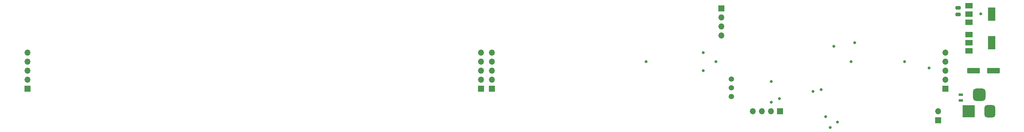
<source format=gbr>
%TF.GenerationSoftware,KiCad,Pcbnew,(6.0.8)*%
%TF.CreationDate,2022-12-26T14:05:03+00:00*%
%TF.ProjectId,Display_LED,44697370-6c61-4795-9f4c-45442e6b6963,1*%
%TF.SameCoordinates,Original*%
%TF.FileFunction,Soldermask,Top*%
%TF.FilePolarity,Negative*%
%FSLAX46Y46*%
G04 Gerber Fmt 4.6, Leading zero omitted, Abs format (unit mm)*
G04 Created by KiCad (PCBNEW (6.0.8)) date 2022-12-26 14:05:03*
%MOMM*%
%LPD*%
G01*
G04 APERTURE LIST*
G04 Aperture macros list*
%AMRoundRect*
0 Rectangle with rounded corners*
0 $1 Rounding radius*
0 $2 $3 $4 $5 $6 $7 $8 $9 X,Y pos of 4 corners*
0 Add a 4 corners polygon primitive as box body*
4,1,4,$2,$3,$4,$5,$6,$7,$8,$9,$2,$3,0*
0 Add four circle primitives for the rounded corners*
1,1,$1+$1,$2,$3*
1,1,$1+$1,$4,$5*
1,1,$1+$1,$6,$7*
1,1,$1+$1,$8,$9*
0 Add four rect primitives between the rounded corners*
20,1,$1+$1,$2,$3,$4,$5,0*
20,1,$1+$1,$4,$5,$6,$7,0*
20,1,$1+$1,$6,$7,$8,$9,0*
20,1,$1+$1,$8,$9,$2,$3,0*%
G04 Aperture macros list end*
%ADD10R,1.700000X1.700000*%
%ADD11O,1.700000X1.700000*%
%ADD12R,2.000000X1.500000*%
%ADD13R,2.000000X3.800000*%
%ADD14RoundRect,0.250000X0.475000X-0.250000X0.475000X0.250000X-0.475000X0.250000X-0.475000X-0.250000X0*%
%ADD15RoundRect,0.250000X-1.500000X-0.550000X1.500000X-0.550000X1.500000X0.550000X-1.500000X0.550000X0*%
%ADD16R,3.500000X3.500000*%
%ADD17RoundRect,0.750000X0.750000X1.000000X-0.750000X1.000000X-0.750000X-1.000000X0.750000X-1.000000X0*%
%ADD18RoundRect,0.875000X0.875000X0.875000X-0.875000X0.875000X-0.875000X-0.875000X0.875000X-0.875000X0*%
%ADD19R,1.200000X0.800000*%
%ADD20C,1.500000*%
%ADD21C,0.800000*%
G04 APERTURE END LIST*
D10*
%TO.C,J8*%
X273558000Y-118628000D03*
D11*
X273558000Y-121168000D03*
X273558000Y-123708000D03*
X273558000Y-126248000D03*
%TD*%
D12*
%TO.C,U1*%
X342956000Y-125970000D03*
X342956000Y-128270000D03*
X342956000Y-130570000D03*
D13*
X349256000Y-128270000D03*
%TD*%
D14*
%TO.C,C2*%
X339852000Y-120330000D03*
X339852000Y-118430000D03*
%TD*%
D15*
%TO.C,C1*%
X344164000Y-136144000D03*
X349764000Y-136144000D03*
%TD*%
D12*
%TO.C,U2*%
X342956000Y-117902000D03*
D13*
X349256000Y-120202000D03*
D12*
X342956000Y-120202000D03*
X342956000Y-122502000D03*
%TD*%
D10*
%TO.C,J3*%
X79248000Y-141219000D03*
D11*
X79248000Y-138679000D03*
X79248000Y-136139000D03*
X79248000Y-133599000D03*
X79248000Y-131059000D03*
%TD*%
D16*
%TO.C,J1*%
X342800000Y-147600000D03*
D17*
X348800000Y-147600000D03*
D18*
X345800000Y-142900000D03*
%TD*%
D10*
%TO.C,J4*%
X206248000Y-141219000D03*
D11*
X206248000Y-138679000D03*
X206248000Y-136139000D03*
X206248000Y-133599000D03*
X206248000Y-131059000D03*
%TD*%
D10*
%TO.C,J7*%
X334264000Y-150119000D03*
D11*
X334264000Y-147579000D03*
%TD*%
D10*
%TO.C,J6*%
X336360000Y-141219000D03*
D11*
X336360000Y-138679000D03*
X336360000Y-136139000D03*
X336360000Y-133599000D03*
X336360000Y-131059000D03*
%TD*%
D10*
%TO.C,J5*%
X209296000Y-141219000D03*
D11*
X209296000Y-138679000D03*
X209296000Y-136139000D03*
X209296000Y-133599000D03*
X209296000Y-131059000D03*
%TD*%
D19*
%TO.C,D1*%
X340614000Y-142964000D03*
X340614000Y-144564000D03*
%TD*%
D20*
%TO.C,Y1*%
X276352000Y-138520000D03*
X276352000Y-140960000D03*
X276352000Y-143400000D03*
%TD*%
D10*
%TO.C,J2*%
X289972000Y-147574000D03*
D11*
X287432000Y-147574000D03*
X284892000Y-147574000D03*
X282352000Y-147574000D03*
%TD*%
D21*
X310896000Y-128270000D03*
X305054000Y-129286000D03*
X252481000Y-133599000D03*
X272039000Y-133599000D03*
X309885000Y-133599000D03*
X324871000Y-133599000D03*
X331724000Y-135382000D03*
X287528000Y-139192000D03*
X346202000Y-120142000D03*
X268478000Y-136144000D03*
X268478000Y-131064000D03*
X287528000Y-145034000D03*
X301498000Y-141478000D03*
X299212000Y-141986000D03*
X289814000Y-144018000D03*
X306070000Y-150622000D03*
X304038000Y-152146000D03*
X302768000Y-149098000D03*
M02*

</source>
